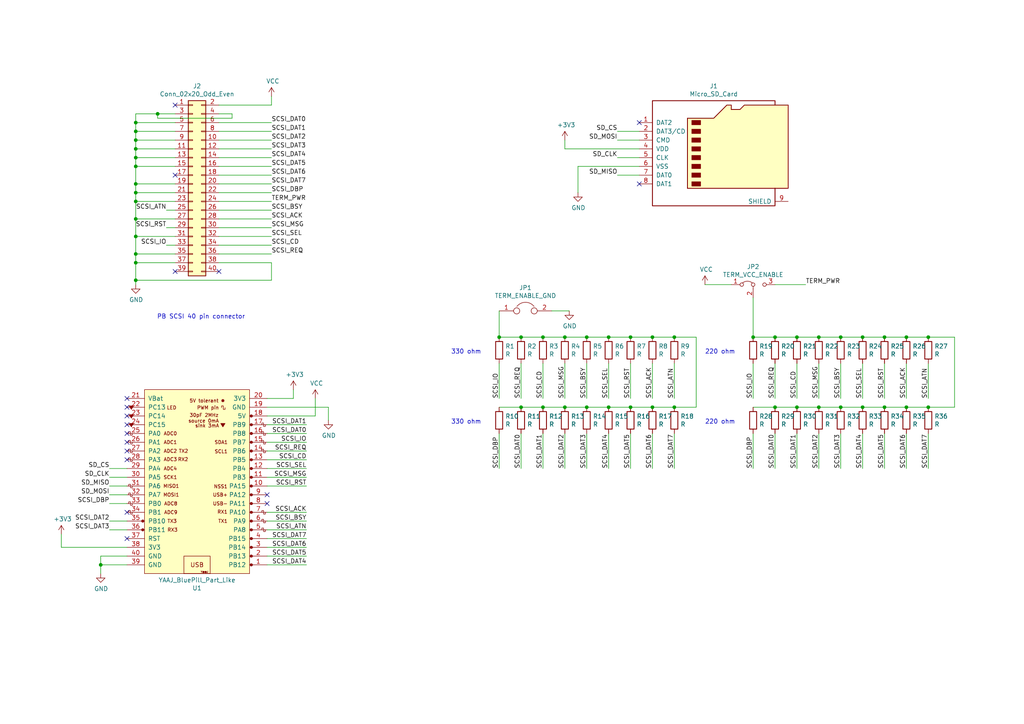
<source format=kicad_sch>
(kicad_sch (version 20210126) (generator eeschema)
  (paper "A4")
  (lib_symbols
    (symbol "Connector:Micro_SD_Card" (pin_names (offset 1.016))
      (property "Reference" "J" (at -16.51 15.24 0))
      (property "Value" "Micro_SD_Card" (at 16.51 15.24 0))
      (symbol "Micro_SD_Card_0_1"
        (rectangle (start -7.62 -9.525) (end -5.08 -10.795) (fill (type outline)))
        (rectangle (start -7.62 -6.985) (end -5.08 -8.255) (fill (type outline)))
        (rectangle (start -7.62 -4.445) (end -5.08 -5.715) (fill (type outline)))
        (rectangle (start -7.62 -1.905) (end -5.08 -3.175) (fill (type outline)))
        (rectangle (start -7.62 0.635) (end -5.08 -0.635) (fill (type outline)))
        (rectangle (start -7.62 3.175) (end -5.08 1.905) (fill (type outline)))
        (rectangle (start -7.62 5.715) (end -5.08 4.445) (fill (type outline)))
        (rectangle (start -7.62 8.255) (end -5.08 6.985) (fill (type outline)))
        (polyline (pts (xy 16.51 12.7) (xy 16.51 13.97) (xy -19.05 13.97) (xy -19.05 -16.51) (xy 16.51 -16.51) (xy 16.51 -11.43)) (stroke (width 0.254)))
        (polyline (pts (xy -8.89 -11.43) (xy -8.89 8.89) (xy -1.27 8.89) (xy 2.54 12.7) (xy 3.81 12.7) (xy 3.81 11.43) (xy 6.35 11.43) (xy 7.62 12.7) (xy 20.32 12.7) (xy 20.32 -11.43) (xy -8.89 -11.43)) (stroke (width 0.254)) (fill (type background)))
      )
      (symbol "Micro_SD_Card_1_1"
        (pin bidirectional line (at -22.86 7.62 0) (length 3.81) (name "DAT2") (number "1"))
        (pin bidirectional line (at -22.86 5.08 0) (length 3.81) (name "DAT3/CD") (number "2"))
        (pin input line (at -22.86 2.54 0) (length 3.81) (name "CMD") (number "3"))
        (pin power_in line (at -22.86 0 0) (length 3.81) (name "VDD") (number "4"))
        (pin input line (at -22.86 -2.54 0) (length 3.81) (name "CLK") (number "5"))
        (pin power_in line (at -22.86 -5.08 0) (length 3.81) (name "VSS") (number "6"))
        (pin bidirectional line (at -22.86 -7.62 0) (length 3.81) (name "DAT0") (number "7"))
        (pin bidirectional line (at -22.86 -10.16 0) (length 3.81) (name "DAT1") (number "8"))
        (pin passive line (at 20.32 -15.24 180) (length 3.81) (name "SHIELD") (number "9"))
      )
    )
    (symbol "Connector_Generic:Conn_02x20_Odd_Even" (pin_names (offset 1.016) hide)
      (property "Reference" "J" (at 1.27 25.4 0))
      (property "Value" "Conn_02x20_Odd_Even" (at 1.27 -27.94 0))
      (symbol "Conn_02x20_Odd_Even_1_1"
        (rectangle (start -1.27 -4.953) (end 0 -5.207) (stroke (width 0.1524)))
        (rectangle (start -1.27 -7.493) (end 0 -7.747) (stroke (width 0.1524)))
        (rectangle (start -1.27 -10.033) (end 0 -10.287) (stroke (width 0.1524)))
        (rectangle (start -1.27 -12.573) (end 0 -12.827) (stroke (width 0.1524)))
        (rectangle (start -1.27 -15.113) (end 0 -15.367) (stroke (width 0.1524)))
        (rectangle (start -1.27 -17.653) (end 0 -17.907) (stroke (width 0.1524)))
        (rectangle (start -1.27 -20.193) (end 0 -20.447) (stroke (width 0.1524)))
        (rectangle (start -1.27 -22.733) (end 0 -22.987) (stroke (width 0.1524)))
        (rectangle (start -1.27 -2.413) (end 0 -2.667) (stroke (width 0.1524)))
        (rectangle (start -1.27 -25.273) (end 0 -25.527) (stroke (width 0.1524)))
        (rectangle (start -1.27 2.667) (end 0 2.413) (stroke (width 0.1524)))
        (rectangle (start -1.27 5.207) (end 0 4.953) (stroke (width 0.1524)))
        (rectangle (start -1.27 7.747) (end 0 7.493) (stroke (width 0.1524)))
        (rectangle (start -1.27 10.287) (end 0 10.033) (stroke (width 0.1524)))
        (rectangle (start -1.27 0.127) (end 0 -0.127) (stroke (width 0.1524)))
        (rectangle (start -1.27 12.827) (end 0 12.573) (stroke (width 0.1524)))
        (rectangle (start -1.27 15.367) (end 0 15.113) (stroke (width 0.1524)))
        (rectangle (start -1.27 17.907) (end 0 17.653) (stroke (width 0.1524)))
        (rectangle (start -1.27 20.447) (end 0 20.193) (stroke (width 0.1524)))
        (rectangle (start -1.27 22.987) (end 0 22.733) (stroke (width 0.1524)))
        (rectangle (start -1.27 24.13) (end 3.81 -26.67) (stroke (width 0.254)) (fill (type background)))
        (rectangle (start 3.81 -4.953) (end 2.54 -5.207) (stroke (width 0.1524)))
        (rectangle (start 3.81 -7.493) (end 2.54 -7.747) (stroke (width 0.1524)))
        (rectangle (start 3.81 -10.033) (end 2.54 -10.287) (stroke (width 0.1524)))
        (rectangle (start 3.81 -12.573) (end 2.54 -12.827) (stroke (width 0.1524)))
        (rectangle (start 3.81 -15.113) (end 2.54 -15.367) (stroke (width 0.1524)))
        (rectangle (start 3.81 -17.653) (end 2.54 -17.907) (stroke (width 0.1524)))
        (rectangle (start 3.81 -20.193) (end 2.54 -20.447) (stroke (width 0.1524)))
        (rectangle (start 3.81 -22.733) (end 2.54 -22.987) (stroke (width 0.1524)))
        (rectangle (start 3.81 -2.413) (end 2.54 -2.667) (stroke (width 0.1524)))
        (rectangle (start 3.81 -25.273) (end 2.54 -25.527) (stroke (width 0.1524)))
        (rectangle (start 3.81 2.667) (end 2.54 2.413) (stroke (width 0.1524)))
        (rectangle (start 3.81 5.207) (end 2.54 4.953) (stroke (width 0.1524)))
        (rectangle (start 3.81 7.747) (end 2.54 7.493) (stroke (width 0.1524)))
        (rectangle (start 3.81 10.287) (end 2.54 10.033) (stroke (width 0.1524)))
        (rectangle (start 3.81 0.127) (end 2.54 -0.127) (stroke (width 0.1524)))
        (rectangle (start 3.81 12.827) (end 2.54 12.573) (stroke (width 0.1524)))
        (rectangle (start 3.81 15.367) (end 2.54 15.113) (stroke (width 0.1524)))
        (rectangle (start 3.81 17.907) (end 2.54 17.653) (stroke (width 0.1524)))
        (rectangle (start 3.81 20.447) (end 2.54 20.193) (stroke (width 0.1524)))
        (rectangle (start 3.81 22.987) (end 2.54 22.733) (stroke (width 0.1524)))
        (pin passive line (at -5.08 22.86 0) (length 3.81) (name "Pin_1") (number "1"))
        (pin passive line (at 7.62 12.7 180) (length 3.81) (name "Pin_10") (number "10"))
        (pin passive line (at -5.08 10.16 0) (length 3.81) (name "Pin_11") (number "11"))
        (pin passive line (at 7.62 10.16 180) (length 3.81) (name "Pin_12") (number "12"))
        (pin passive line (at -5.08 7.62 0) (length 3.81) (name "Pin_13") (number "13"))
        (pin passive line (at 7.62 7.62 180) (length 3.81) (name "Pin_14") (number "14"))
        (pin passive line (at -5.08 5.08 0) (length 3.81) (name "Pin_15") (number "15"))
        (pin passive line (at 7.62 5.08 180) (length 3.81) (name "Pin_16") (number "16"))
        (pin passive line (at -5.08 2.54 0) (length 3.81) (name "Pin_17") (number "17"))
        (pin passive line (at 7.62 2.54 180) (length 3.81) (name "Pin_18") (number "18"))
        (pin passive line (at -5.08 0 0) (length 3.81) (name "Pin_19") (number "19"))
        (pin passive line (at 7.62 22.86 180) (length 3.81) (name "Pin_2") (number "2"))
        (pin passive line (at 7.62 0 180) (length 3.81) (name "Pin_20") (number "20"))
        (pin passive line (at -5.08 -2.54 0) (length 3.81) (name "Pin_21") (number "21"))
        (pin passive line (at 7.62 -2.54 180) (length 3.81) (name "Pin_22") (number "22"))
        (pin passive line (at -5.08 -5.08 0) (length 3.81) (name "Pin_23") (number "23"))
        (pin passive line (at 7.62 -5.08 180) (length 3.81) (name "Pin_24") (number "24"))
        (pin passive line (at -5.08 -7.62 0) (length 3.81) (name "Pin_25") (number "25"))
        (pin passive line (at 7.62 -7.62 180) (length 3.81) (name "Pin_26") (number "26"))
        (pin passive line (at -5.08 -10.16 0) (length 3.81) (name "Pin_27") (number "27"))
        (pin passive line (at 7.62 -10.16 180) (length 3.81) (name "Pin_28") (number "28"))
        (pin passive line (at -5.08 -12.7 0) (length 3.81) (name "Pin_29") (number "29"))
        (pin passive line (at -5.08 20.32 0) (length 3.81) (name "Pin_3") (number "3"))
        (pin passive line (at 7.62 -12.7 180) (length 3.81) (name "Pin_30") (number "30"))
        (pin passive line (at -5.08 -15.24 0) (length 3.81) (name "Pin_31") (number "31"))
        (pin passive line (at 7.62 -15.24 180) (length 3.81) (name "Pin_32") (number "32"))
        (pin passive line (at -5.08 -17.78 0) (length 3.81) (name "Pin_33") (number "33"))
        (pin passive line (at 7.62 -17.78 180) (length 3.81) (name "Pin_34") (number "34"))
        (pin passive line (at -5.08 -20.32 0) (length 3.81) (name "Pin_35") (number "35"))
        (pin passive line (at 7.62 -20.32 180) (length 3.81) (name "Pin_36") (number "36"))
        (pin passive line (at -5.08 -22.86 0) (length 3.81) (name "Pin_37") (number "37"))
        (pin passive line (at 7.62 -22.86 180) (length 3.81) (name "Pin_38") (number "38"))
        (pin passive line (at -5.08 -25.4 0) (length 3.81) (name "Pin_39") (number "39"))
        (pin passive line (at 7.62 20.32 180) (length 3.81) (name "Pin_4") (number "4"))
        (pin passive line (at 7.62 -25.4 180) (length 3.81) (name "Pin_40") (number "40"))
        (pin passive line (at -5.08 17.78 0) (length 3.81) (name "Pin_5") (number "5"))
        (pin passive line (at 7.62 17.78 180) (length 3.81) (name "Pin_6") (number "6"))
        (pin passive line (at -5.08 15.24 0) (length 3.81) (name "Pin_7") (number "7"))
        (pin passive line (at 7.62 15.24 180) (length 3.81) (name "Pin_8") (number "8"))
        (pin passive line (at -5.08 12.7 0) (length 3.81) (name "Pin_9") (number "9"))
      )
    )
    (symbol "Device:R" (pin_numbers hide) (pin_names (offset 0))
      (property "Reference" "R" (at 2.032 0 90))
      (property "Value" "R" (at 0 0 90))
      (symbol "R_0_1"
        (rectangle (start -1.016 -2.54) (end 1.016 2.54) (stroke (width 0.254)))
      )
      (symbol "R_1_1"
        (pin passive line (at 0 3.81 270) (length 1.27) (name "~") (number "1"))
        (pin passive line (at 0 -3.81 90) (length 1.27) (name "~") (number "2"))
      )
    )
    (symbol "Jumper:Jumper_3_Bridged12" (pin_names (offset 0) hide)
      (property "Reference" "JP" (at -2.54 -2.54 0))
      (property "Value" "Jumper_3_Bridged12" (at 0 2.794 0))
      (symbol "Jumper_3_Bridged12_0_0"
        (circle (center -3.302 0) (radius 0.508))
        (circle (center 0 0) (radius 0.508))
        (circle (center 3.302 0) (radius 0.508))
      )
      (symbol "Jumper_3_Bridged12_0_1"
        (arc (start -3.048 0.508) (end -0.254 0.508) (radius (at -1.651 -1.27) (length 2.2606) (angles 128.2 51.8)))
        (polyline (pts (xy 0 -1.27) (xy 0 -0.508)))
      )
      (symbol "Jumper_3_Bridged12_1_1"
        (pin passive line (at -6.35 0 0) (length 2.54) (name "A") (number "1"))
        (pin input line (at 0 -3.81 90) (length 2.54) (name "C") (number "2"))
        (pin passive line (at 6.35 0 180) (length 2.54) (name "B") (number "3"))
      )
    )
    (symbol "YAAJ_BluePill_Part_Like:YAAJ_BluePill_Part_Like" (pin_names (offset 1.016))
      (property "Reference" "U" (at -12.7 25.4 0))
      (property "Value" "YAAJ_BluePill_Part_Like" (at 0 2.54 90))
      (symbol "YAAJ_BluePill_Part_Like_0_0"
        (circle (center -15.748 -20.32) (radius 0.3556) (fill (type outline)))
        (circle (center -15.748 -17.78) (radius 0.3556) (fill (type outline)))
        (circle (center -15.748 -15.24) (radius 0.3556) (fill (type outline)))
        (circle (center -15.748 -12.7) (radius 0.3556) (fill (type outline)))
        (circle (center -15.748 -10.16) (radius 0.3556) (fill (type outline)))
        (circle (center -15.748 -7.62) (radius 0.3556) (fill (type outline)))
        (circle (center -15.748 -5.08) (radius 0.3556) (fill (type outline)))
        (circle (center -15.748 -2.54) (radius 0.3556) (fill (type outline)))
        (circle (center -15.748 0) (radius 0.3556) (fill (type outline)))
        (circle (center -15.748 2.54) (radius 0.3556) (fill (type outline)))
        (circle (center -15.748 5.08) (radius 0.3556) (fill (type outline)))
        (circle (center -15.748 7.62) (radius 0.3556) (fill (type outline)))
        (circle (center -15.748 10.16) (radius 0.3556) (fill (type outline)))
        (circle (center -15.748 12.7) (radius 0.3556) (fill (type outline)))
        (circle (center -15.748 15.24) (radius 0.3556) (fill (type outline)))
        (circle (center -15.748 17.78) (radius 0.3556) (fill (type outline)))
        (circle (center -15.748 22.86) (radius 0.3556) (fill (type outline)))
        (circle (center -7.493 -24.765) (radius 0.127) (fill (type outline)))
        (circle (center -7.493 -24.765) (radius 0.254))
        (circle (center -7.493 -24.765) (radius 0.3556))
        (circle (center 15.748 10.16) (radius 0.254) (fill (type outline)))
        (circle (center 15.748 10.16) (radius 0.3556))
        (circle (center 15.748 12.7) (radius 0.254) (fill (type outline)))
        (circle (center 15.748 12.7) (radius 0.3556))
        (text "30pF 2MHz" (at -2.032 -20.574 0) (effects (font (size 0.9906 0.9906))))
        (text "5V tolerant" (at -2.032 -24.765 0) (effects (font (size 0.9906 0.9906))))
        (text "ADC0" (at 7.747 -15.24 0) (effects (font (size 0.9906 0.9906))))
        (text "ADC1" (at 7.747 -12.7 0) (effects (font (size 0.9906 0.9906))))
        (text "ADC2" (at 7.747 -10.16 0) (effects (font (size 0.9906 0.9906))))
        (text "ADC3" (at 7.747 -7.747 0) (effects (font (size 0.9906 0.9906))))
        (text "ADC4" (at 7.747 -5.08 0) (effects (font (size 0.9906 0.9906))))
        (text "ADC8" (at 7.62 5.08 0) (effects (font (size 0.9906 0.9906))))
        (text "ADC9" (at 7.62 7.62 0) (effects (font (size 0.9906 0.9906))))
        (text "LED" (at 7.366 -22.733 0) (effects (font (size 0.9906 0.9906))))
        (text "MISO1" (at 7.493 0 0) (effects (font (size 0.9906 0.9906))))
        (text "MOSI1" (at 7.493 2.54 0) (effects (font (size 0.9906 0.9906))))
        (text "NSS1" (at -6.858 0.127 0) (effects (font (size 0.9906 0.9906))))
        (text "PWM pin" (at -3.175 -22.733 0) (effects (font (size 0.9906 0.9906))))
        (text "RX1" (at -7.366 7.493 0) (effects (font (size 0.9906 0.9906))))
        (text "RX2" (at 4.064 -7.747 0) (effects (font (size 0.9906 0.9906))))
        (text "RX3" (at 7.112 12.7 0) (effects (font (size 0.9906 0.9906))))
        (text "SCK1" (at 7.747 -2.54 0) (effects (font (size 0.9906 0.9906))))
        (text "SCL1" (at -6.985 -10.033 0) (effects (font (size 0.9906 0.9906))))
        (text "SDA1" (at -6.985 -12.7 0) (effects (font (size 0.9906 0.9906))))
        (text "sink 3mA" (at -2.921 -17.526 0) (effects (font (size 0.9906 0.9906))))
        (text "source 0mA" (at -1.905 -18.923 0) (effects (font (size 0.9906 0.9906))))
        (text "TX1" (at -7.493 10.16 0) (effects (font (size 0.9906 0.9906))))
        (text "TX2" (at 3.937 -10.16 0) (effects (font (size 0.9906 0.9906))))
        (text "TX3" (at 7.239 10.16 0) (effects (font (size 0.9906 0.9906))))
        (text "USB" (at 0 22.86 0) (effects (font (size 1.27 1.27))))
        (text "USB+" (at -6.731 2.54 0) (effects (font (size 0.9906 0.9906))))
        (text "USB-" (at -6.731 5.08 0) (effects (font (size 0.9906 0.9906))))
        (text "Y@@J" (at -2.159 24.892 0) (effects (font (size 0.508 0.508))))
        (polyline (pts (xy -8.128 -18.161) (xy -7.493 -17.145) (xy -6.858 -18.161) (xy -8.128 -18.161) (xy -7.493 -17.272) (xy -6.985 -18.161) (xy -8.001 -18.034) (xy -7.493 -17.399) (xy -7.112 -18.161) (xy -7.874 -17.907) (xy -7.366 -17.526) (xy -7.239 -18.161) (xy -7.747 -17.78) (xy -7.239 -17.653) (xy -7.366 -18.034) (xy -7.62 -17.78) (xy -7.366 -17.907) (xy -7.493 -17.653)))
        (polyline (pts (xy 18.415 -23.241) (xy 19.05 -22.225) (xy 19.685 -23.241) (xy 18.415 -23.241) (xy 19.05 -22.352) (xy 19.558 -23.241) (xy 18.542 -23.114) (xy 19.05 -22.479) (xy 19.431 -23.241) (xy 18.669 -22.987) (xy 19.177 -22.606) (xy 19.304 -23.241) (xy 18.796 -22.86) (xy 19.304 -22.733) (xy 19.177 -23.114) (xy 18.923 -22.86) (xy 19.177 -22.987) (xy 19.05 -22.733)))
        (polyline (pts (xy 18.415 -20.701) (xy 19.05 -19.685) (xy 19.685 -20.701) (xy 18.415 -20.701) (xy 19.05 -19.812) (xy 19.558 -20.701) (xy 18.542 -20.574) (xy 19.05 -19.939) (xy 19.431 -20.701) (xy 18.669 -20.447) (xy 19.177 -20.066) (xy 19.304 -20.701) (xy 18.796 -20.32) (xy 19.304 -20.193) (xy 19.177 -20.574) (xy 18.923 -20.32) (xy 19.177 -20.447) (xy 19.05 -20.193)))
        (polyline (pts (xy 18.415 -18.161) (xy 19.05 -17.145) (xy 19.685 -18.161) (xy 18.415 -18.161) (xy 19.05 -17.272) (xy 19.558 -18.161) (xy 18.542 -18.034) (xy 19.05 -17.399) (xy 19.431 -18.161) (xy 18.669 -17.907) (xy 19.177 -17.526) (xy 19.304 -18.161) (xy 18.796 -17.78) (xy 19.304 -17.653) (xy 19.177 -18.034) (xy 18.923 -17.78) (xy 19.177 -17.907) (xy 19.05 -17.653)))
      )
      (symbol "YAAJ_BluePill_Part_Like_0_1"
        (rectangle (start -15.24 25.4) (end 15.24 -27.94) (fill (type background)))
        (rectangle (start 3.81 25.4) (end -3.81 20.32))
        (polyline (pts (xy -18.796 -17.78) (xy -18.796 -18.288) (xy -19.304 -18.288) (xy -19.304 -17.272) (xy -19.812 -17.272) (xy -19.812 -17.78)))
        (polyline (pts (xy -18.796 -15.24) (xy -18.796 -15.748) (xy -19.304 -15.748) (xy -19.304 -14.732) (xy -19.812 -14.732) (xy -19.812 -15.24)))
        (polyline (pts (xy -18.796 -12.7) (xy -18.796 -13.208) (xy -19.304 -13.208) (xy -19.304 -12.192) (xy -19.812 -12.192) (xy -19.812 -12.7)))
        (polyline (pts (xy -18.796 -10.16) (xy -18.796 -10.668) (xy -19.304 -10.668) (xy -19.304 -9.652) (xy -19.812 -9.652) (xy -19.812 -10.16)))
        (polyline (pts (xy -18.796 7.62) (xy -18.796 7.112) (xy -19.304 7.112) (xy -19.304 8.128) (xy -19.812 8.128) (xy -19.812 7.62)))
        (polyline (pts (xy -18.796 10.16) (xy -18.796 9.652) (xy -19.304 9.652) (xy -19.304 10.668) (xy -19.812 10.668) (xy -19.812 10.16)))
        (polyline (pts (xy -18.796 12.7) (xy -18.796 12.192) (xy -19.304 12.192) (xy -19.304 13.208) (xy -19.812 13.208) (xy -19.812 12.7)))
        (polyline (pts (xy -7.112 -22.733) (xy -7.112 -23.241) (xy -7.62 -23.241) (xy -7.62 -22.225) (xy -8.128 -22.225) (xy -8.128 -22.733)))
        (polyline (pts (xy 19.812 -15.24) (xy 19.812 -15.748) (xy 19.304 -15.748) (xy 19.304 -14.732) (xy 18.796 -14.732) (xy 18.796 -15.24)))
        (polyline (pts (xy 19.812 -12.7) (xy 19.812 -13.208) (xy 19.304 -13.208) (xy 19.304 -12.192) (xy 18.796 -12.192) (xy 18.796 -12.7)))
        (polyline (pts (xy 19.812 -10.16) (xy 19.812 -10.668) (xy 19.304 -10.668) (xy 19.304 -9.652) (xy 18.796 -9.652) (xy 18.796 -10.16)))
        (polyline (pts (xy 19.812 -7.62) (xy 19.812 -8.128) (xy 19.304 -8.128) (xy 19.304 -7.112) (xy 18.796 -7.112) (xy 18.796 -7.62)))
        (polyline (pts (xy 19.812 0) (xy 19.812 -0.508) (xy 19.304 -0.508) (xy 19.304 0.508) (xy 18.796 0.508) (xy 18.796 0)))
        (polyline (pts (xy 19.812 2.54) (xy 19.812 2.032) (xy 19.304 2.032) (xy 19.304 3.048) (xy 18.796 3.048) (xy 18.796 2.54)))
        (polyline (pts (xy 19.812 5.08) (xy 19.812 4.572) (xy 19.304 4.572) (xy 19.304 5.588) (xy 18.796 5.588) (xy 18.796 5.08)))
        (polyline (pts (xy 19.812 7.62) (xy 19.812 7.112) (xy 19.304 7.112) (xy 19.304 8.128) (xy 18.796 8.128) (xy 18.796 7.62)))
      )
      (symbol "YAAJ_BluePill_Part_Like_1_1"
        (circle (center -15.748 20.32) (radius 0.3556) (fill (type outline)))
        (pin bidirectional line (at -20.32 22.86 0) (length 5.08) (name "PB12") (number "1"))
        (pin bidirectional line (at -20.32 0 0) (length 5.08) (name "PA15") (number "10"))
        (pin bidirectional line (at -20.32 -2.54 0) (length 5.08) (name "PB3") (number "11"))
        (pin bidirectional line (at -20.32 -5.08 0) (length 5.08) (name "PB4") (number "12"))
        (pin bidirectional line (at -20.32 -7.62 0) (length 5.08) (name "PB5") (number "13"))
        (pin bidirectional line (at -20.32 -10.16 0) (length 5.08) (name "PB6") (number "14"))
        (pin bidirectional line (at -20.32 -12.7 0) (length 5.08) (name "PB7") (number "15"))
        (pin bidirectional line (at -20.32 -15.24 0) (length 5.08) (name "PB8") (number "16"))
        (pin bidirectional line (at -20.32 -17.78 0) (length 5.08) (name "PB9") (number "17"))
        (pin power_in line (at -20.32 -20.32 0) (length 5.08) (name "5V") (number "18"))
        (pin power_in line (at -20.32 -22.86 0) (length 5.08) (name "GND") (number "19"))
        (pin bidirectional line (at -20.32 20.32 0) (length 5.08) (name "PB13") (number "2"))
        (pin power_in line (at -20.32 -25.4 0) (length 5.08) (name "3V3") (number "20"))
        (pin power_in line (at 20.32 -25.4 180) (length 5.08) (name "VBat") (number "21"))
        (pin bidirectional line (at 20.32 -22.86 180) (length 5.08) (name "PC13") (number "22"))
        (pin bidirectional line (at 20.32 -20.32 180) (length 5.08) (name "PC14") (number "23"))
        (pin bidirectional line (at 20.32 -17.78 180) (length 5.08) (name "PC15") (number "24"))
        (pin bidirectional line (at 20.32 -15.24 180) (length 5.08) (name "PA0") (number "25"))
        (pin bidirectional line (at 20.32 -12.7 180) (length 5.08) (name "PA1") (number "26"))
        (pin bidirectional line (at 20.32 -10.16 180) (length 5.08) (name "PA2") (number "27"))
        (pin bidirectional line (at 20.32 -7.62 180) (length 5.08) (name "PA3") (number "28"))
        (pin bidirectional line (at 20.32 -5.08 180) (length 5.08) (name "PA4") (number "29"))
        (pin bidirectional line (at -20.32 17.78 0) (length 5.08) (name "PB14") (number "3"))
        (pin bidirectional line (at 20.32 -2.54 180) (length 5.08) (name "PA5") (number "30"))
        (pin bidirectional line (at 20.32 0 180) (length 5.08) (name "PA6") (number "31"))
        (pin bidirectional line (at 20.32 2.54 180) (length 5.08) (name "PA7") (number "32"))
        (pin bidirectional line (at 20.32 5.08 180) (length 5.08) (name "PB0") (number "33"))
        (pin bidirectional line (at 20.32 7.62 180) (length 5.08) (name "PB1") (number "34"))
        (pin bidirectional line (at 20.32 10.16 180) (length 5.08) (name "PB10") (number "35"))
        (pin bidirectional line (at 20.32 12.7 180) (length 5.08) (name "PB11") (number "36"))
        (pin input line (at 20.32 15.24 180) (length 5.08) (name "RST") (number "37"))
        (pin power_in line (at 20.32 17.78 180) (length 5.08) (name "3V3") (number "38"))
        (pin power_in line (at 20.32 22.86 180) (length 5.08) (name "GND") (number "39"))
        (pin bidirectional line (at -20.32 15.24 0) (length 5.08) (name "PB15") (number "4"))
        (pin power_in line (at 20.32 20.32 180) (length 5.08) (name "GND") (number "40"))
        (pin bidirectional line (at -20.32 12.7 0) (length 5.08) (name "PA8") (number "5"))
        (pin bidirectional line (at -20.32 10.16 0) (length 5.08) (name "PA9") (number "6"))
        (pin bidirectional line (at -20.32 7.62 0) (length 5.08) (name "PA10") (number "7"))
        (pin bidirectional line (at -20.32 5.08 0) (length 5.08) (name "PA11") (number "8"))
        (pin bidirectional line (at -20.32 2.54 0) (length 5.08) (name "PA12") (number "9"))
      )
    )
    (symbol "power:+3.3V" (power) (pin_names (offset 0))
      (property "Value" "+3.3V" (at 0 3.556 0))
      (symbol "+3.3V_0_1"
        (polyline (pts (xy -0.762 1.27) (xy 0 2.54)))
        (polyline (pts (xy 0 0) (xy 0 2.54)))
        (polyline (pts (xy 0 2.54) (xy 0.762 1.27)))
      )
      (symbol "+3.3V_1_1"
        (pin power_in line (at 0 0 90) (length 0) hide (name "+3V3") (number "1"))
      )
    )
    (symbol "power:GND" (power) (pin_names (offset 0))
      (property "Value" "GND" (at 0 -3.81 0))
      (symbol "GND_0_1"
        (polyline (pts (xy 0 0) (xy 0 -1.27) (xy 1.27 -1.27) (xy 0 -2.54) (xy -1.27 -1.27) (xy 0 -1.27)))
      )
      (symbol "GND_1_1"
        (pin power_in line (at 0 0 270) (length 0) hide (name "GND") (number "1"))
      )
    )
    (symbol "power:VCC" (power) (pin_names (offset 0))
      (property "Value" "VCC" (at 0 3.81 0))
      (symbol "VCC_0_1"
        (polyline (pts (xy -0.762 1.27) (xy 0 2.54)))
        (polyline (pts (xy 0 0) (xy 0 2.54)))
        (polyline (pts (xy 0 2.54) (xy 0.762 1.27)))
      )
      (symbol "VCC_1_1"
        (pin power_in line (at 0 0 90) (length 0) hide (name "VCC") (number "1"))
      )
    )
    (symbol "v2-PowerBook-BLUESCSI-dehij-rescue:Jumper-Device" (pin_names (offset 0.762) hide)
      (property "Reference" "JP" (at 0 3.81 0))
      (property "Value" "Jumper-Device" (at 0 -2.032 0))
      (symbol "Jumper-Device_0_1"
        (arc (start -2.4892 1.27) (end 2.5146 1.27) (radius (at 0 -0.6604) (length 3.175) (angles 142.6 37.3)))
        (circle (center -2.54 0) (radius 0.889))
        (circle (center 2.54 0) (radius 0.889))
        (pin passive line (at -7.62 0 0) (length 4.191) (name "1") (number "1"))
        (pin passive line (at 7.62 0 180) (length 4.191) (name "2") (number "2"))
      )
    )
  )
  (junction (at 29.21 163.83) (diameter 0.9144))
  (junction (at 39.37 35.56) (diameter 0.9144))
  (junction (at 39.37 38.1) (diameter 0.9144))
  (junction (at 39.37 40.64) (diameter 0.9144))
  (junction (at 39.37 43.18) (diameter 0.9144))
  (junction (at 39.37 45.72) (diameter 0.9144))
  (junction (at 39.37 48.26) (diameter 0.9144))
  (junction (at 39.37 53.34) (diameter 0.9144))
  (junction (at 39.37 55.88) (diameter 0.9144))
  (junction (at 39.37 58.42) (diameter 0.9144))
  (junction (at 39.37 63.5) (diameter 0.9144))
  (junction (at 39.37 68.58) (diameter 0.9144))
  (junction (at 39.37 73.66) (diameter 0.9144))
  (junction (at 39.37 76.2) (diameter 0.9144))
  (junction (at 39.37 81.28) (diameter 0.9144))
  (junction (at 45.72 33.02) (diameter 0.9144))
  (junction (at 144.78 97.79) (diameter 0.9144))
  (junction (at 151.13 97.79) (diameter 0.9144))
  (junction (at 151.13 118.11) (diameter 0.9144))
  (junction (at 157.48 97.79) (diameter 0.9144))
  (junction (at 157.48 118.11) (diameter 0.9144))
  (junction (at 163.83 97.79) (diameter 0.9144))
  (junction (at 163.83 118.11) (diameter 0.9144))
  (junction (at 170.18 97.79) (diameter 0.9144))
  (junction (at 170.18 118.11) (diameter 0.9144))
  (junction (at 176.53 97.79) (diameter 0.9144))
  (junction (at 176.53 118.11) (diameter 0.9144))
  (junction (at 182.88 97.79) (diameter 0.9144))
  (junction (at 182.88 118.11) (diameter 0.9144))
  (junction (at 189.23 97.79) (diameter 0.9144))
  (junction (at 189.23 118.11) (diameter 0.9144))
  (junction (at 195.58 97.79) (diameter 0.9144))
  (junction (at 195.58 118.11) (diameter 0.9144))
  (junction (at 218.44 97.79) (diameter 0.9144))
  (junction (at 224.79 97.79) (diameter 0.9144))
  (junction (at 224.79 118.11) (diameter 0.9144))
  (junction (at 231.14 97.79) (diameter 0.9144))
  (junction (at 231.14 118.11) (diameter 0.9144))
  (junction (at 237.49 97.79) (diameter 0.9144))
  (junction (at 237.49 118.11) (diameter 0.9144))
  (junction (at 243.84 97.79) (diameter 0.9144))
  (junction (at 243.84 118.11) (diameter 0.9144))
  (junction (at 250.19 97.79) (diameter 0.9144))
  (junction (at 250.19 118.11) (diameter 0.9144))
  (junction (at 256.54 97.79) (diameter 0.9144))
  (junction (at 256.54 118.11) (diameter 0.9144))
  (junction (at 262.89 97.79) (diameter 0.9144))
  (junction (at 262.89 118.11) (diameter 0.9144))
  (junction (at 269.24 97.79) (diameter 0.9144))
  (junction (at 269.24 118.11) (diameter 0.9144))
  (no_connect (at 36.83 115.57))
  (no_connect (at 36.83 118.11))
  (no_connect (at 36.83 120.65))
  (no_connect (at 36.83 123.19))
  (no_connect (at 36.83 125.73))
  (no_connect (at 36.83 128.27))
  (no_connect (at 36.83 130.81))
  (no_connect (at 36.83 133.35))
  (no_connect (at 36.83 148.59))
  (no_connect (at 36.83 156.21))
  (no_connect (at 50.8 30.48))
  (no_connect (at 50.8 50.8))
  (no_connect (at 50.8 78.74))
  (no_connect (at 63.5 78.74))
  (no_connect (at 77.47 143.51))
  (no_connect (at 77.47 146.05))
  (no_connect (at 185.42 35.56))
  (no_connect (at 185.42 53.34))
  (wire (pts (xy 17.78 158.75) (xy 17.78 154.94)))
  (wire (pts (xy 29.21 161.29) (xy 29.21 163.83)))
  (wire (pts (xy 29.21 163.83) (xy 29.21 166.37)))
  (wire (pts (xy 31.75 135.89) (xy 36.83 135.89)))
  (wire (pts (xy 31.75 138.43) (xy 36.83 138.43)))
  (wire (pts (xy 31.75 140.97) (xy 36.83 140.97)))
  (wire (pts (xy 31.75 143.51) (xy 36.83 143.51)))
  (wire (pts (xy 31.75 146.05) (xy 36.83 146.05)))
  (wire (pts (xy 31.75 151.13) (xy 36.83 151.13)))
  (wire (pts (xy 31.75 153.67) (xy 36.83 153.67)))
  (wire (pts (xy 36.83 158.75) (xy 17.78 158.75)))
  (wire (pts (xy 36.83 161.29) (xy 29.21 161.29)))
  (wire (pts (xy 36.83 163.83) (xy 29.21 163.83)))
  (wire (pts (xy 39.37 33.02) (xy 39.37 35.56)))
  (wire (pts (xy 39.37 35.56) (xy 39.37 38.1)))
  (wire (pts (xy 39.37 38.1) (xy 39.37 40.64)))
  (wire (pts (xy 39.37 40.64) (xy 39.37 43.18)))
  (wire (pts (xy 39.37 43.18) (xy 39.37 45.72)))
  (wire (pts (xy 39.37 45.72) (xy 39.37 48.26)))
  (wire (pts (xy 39.37 48.26) (xy 39.37 53.34)))
  (wire (pts (xy 39.37 53.34) (xy 39.37 55.88)))
  (wire (pts (xy 39.37 55.88) (xy 39.37 58.42)))
  (wire (pts (xy 39.37 58.42) (xy 39.37 63.5)))
  (wire (pts (xy 39.37 63.5) (xy 39.37 68.58)))
  (wire (pts (xy 39.37 68.58) (xy 39.37 73.66)))
  (wire (pts (xy 39.37 73.66) (xy 39.37 76.2)))
  (wire (pts (xy 39.37 76.2) (xy 39.37 81.28)))
  (wire (pts (xy 39.37 81.28) (xy 39.37 82.55)))
  (wire (pts (xy 45.72 33.02) (xy 39.37 33.02)))
  (wire (pts (xy 45.72 34.29) (xy 45.72 33.02)))
  (wire (pts (xy 45.72 34.29) (xy 67.31 34.29)))
  (wire (pts (xy 48.26 60.96) (xy 50.8 60.96)))
  (wire (pts (xy 48.26 66.04) (xy 50.8 66.04)))
  (wire (pts (xy 48.26 71.12) (xy 50.8 71.12)))
  (wire (pts (xy 50.8 33.02) (xy 45.72 33.02)))
  (wire (pts (xy 50.8 35.56) (xy 39.37 35.56)))
  (wire (pts (xy 50.8 38.1) (xy 39.37 38.1)))
  (wire (pts (xy 50.8 40.64) (xy 39.37 40.64)))
  (wire (pts (xy 50.8 43.18) (xy 39.37 43.18)))
  (wire (pts (xy 50.8 45.72) (xy 39.37 45.72)))
  (wire (pts (xy 50.8 48.26) (xy 39.37 48.26)))
  (wire (pts (xy 50.8 53.34) (xy 39.37 53.34)))
  (wire (pts (xy 50.8 55.88) (xy 39.37 55.88)))
  (wire (pts (xy 50.8 58.42) (xy 39.37 58.42)))
  (wire (pts (xy 50.8 63.5) (xy 39.37 63.5)))
  (wire (pts (xy 50.8 68.58) (xy 39.37 68.58)))
  (wire (pts (xy 50.8 73.66) (xy 39.37 73.66)))
  (wire (pts (xy 50.8 76.2) (xy 39.37 76.2)))
  (wire (pts (xy 63.5 30.48) (xy 78.74 30.48)))
  (wire (pts (xy 63.5 33.02) (xy 67.31 33.02)))
  (wire (pts (xy 63.5 35.56) (xy 78.74 35.56)))
  (wire (pts (xy 63.5 38.1) (xy 78.74 38.1)))
  (wire (pts (xy 63.5 40.64) (xy 78.74 40.64)))
  (wire (pts (xy 63.5 43.18) (xy 78.74 43.18)))
  (wire (pts (xy 63.5 45.72) (xy 78.74 45.72)))
  (wire (pts (xy 63.5 48.26) (xy 78.74 48.26)))
  (wire (pts (xy 63.5 50.8) (xy 78.74 50.8)))
  (wire (pts (xy 63.5 53.34) (xy 78.74 53.34)))
  (wire (pts (xy 63.5 55.88) (xy 78.74 55.88)))
  (wire (pts (xy 63.5 58.42) (xy 78.74 58.42)))
  (wire (pts (xy 63.5 60.96) (xy 78.74 60.96)))
  (wire (pts (xy 63.5 63.5) (xy 78.74 63.5)))
  (wire (pts (xy 63.5 66.04) (xy 78.74 66.04)))
  (wire (pts (xy 63.5 68.58) (xy 78.74 68.58)))
  (wire (pts (xy 63.5 71.12) (xy 78.74 71.12)))
  (wire (pts (xy 63.5 73.66) (xy 78.74 73.66)))
  (wire (pts (xy 63.5 76.2) (xy 78.74 76.2)))
  (wire (pts (xy 67.31 33.02) (xy 67.31 34.29)))
  (wire (pts (xy 77.47 115.57) (xy 85.09 115.57)))
  (wire (pts (xy 77.47 118.11) (xy 95.25 118.11)))
  (wire (pts (xy 77.47 120.65) (xy 91.44 120.65)))
  (wire (pts (xy 77.47 148.59) (xy 88.9 148.59)))
  (wire (pts (xy 77.47 153.67) (xy 88.9 153.67)))
  (wire (pts (xy 77.47 158.75) (xy 88.9 158.75)))
  (wire (pts (xy 78.74 30.48) (xy 78.74 27.94)))
  (wire (pts (xy 78.74 76.2) (xy 78.74 81.28)))
  (wire (pts (xy 78.74 81.28) (xy 39.37 81.28)))
  (wire (pts (xy 85.09 115.57) (xy 85.09 113.03)))
  (wire (pts (xy 88.9 123.19) (xy 77.47 123.19)))
  (wire (pts (xy 88.9 125.73) (xy 77.47 125.73)))
  (wire (pts (xy 88.9 128.27) (xy 77.47 128.27)))
  (wire (pts (xy 88.9 130.81) (xy 77.47 130.81)))
  (wire (pts (xy 88.9 133.35) (xy 77.47 133.35)))
  (wire (pts (xy 88.9 135.89) (xy 77.47 135.89)))
  (wire (pts (xy 88.9 138.43) (xy 77.47 138.43)))
  (wire (pts (xy 88.9 140.97) (xy 77.47 140.97)))
  (wire (pts (xy 88.9 151.13) (xy 77.47 151.13)))
  (wire (pts (xy 88.9 156.21) (xy 77.47 156.21)))
  (wire (pts (xy 88.9 161.29) (xy 77.47 161.29)))
  (wire (pts (xy 88.9 163.83) (xy 77.47 163.83)))
  (wire (pts (xy 91.44 120.65) (xy 91.44 115.57)))
  (wire (pts (xy 95.25 118.11) (xy 95.25 121.92)))
  (wire (pts (xy 144.78 97.79) (xy 144.78 90.17)))
  (wire (pts (xy 144.78 105.41) (xy 144.78 115.57)))
  (wire (pts (xy 144.78 125.73) (xy 144.78 135.89)))
  (wire (pts (xy 151.13 97.79) (xy 144.78 97.79)))
  (wire (pts (xy 151.13 115.57) (xy 151.13 105.41)))
  (wire (pts (xy 151.13 118.11) (xy 144.78 118.11)))
  (wire (pts (xy 151.13 135.89) (xy 151.13 125.73)))
  (wire (pts (xy 157.48 97.79) (xy 151.13 97.79)))
  (wire (pts (xy 157.48 105.41) (xy 157.48 115.57)))
  (wire (pts (xy 157.48 118.11) (xy 151.13 118.11)))
  (wire (pts (xy 157.48 125.73) (xy 157.48 135.89)))
  (wire (pts (xy 160.02 90.17) (xy 165.1 90.17)))
  (wire (pts (xy 163.83 43.18) (xy 163.83 40.64)))
  (wire (pts (xy 163.83 97.79) (xy 157.48 97.79)))
  (wire (pts (xy 163.83 115.57) (xy 163.83 105.41)))
  (wire (pts (xy 163.83 118.11) (xy 157.48 118.11)))
  (wire (pts (xy 163.83 135.89) (xy 163.83 125.73)))
  (wire (pts (xy 167.64 48.26) (xy 167.64 55.88)))
  (wire (pts (xy 170.18 97.79) (xy 163.83 97.79)))
  (wire (pts (xy 170.18 105.41) (xy 170.18 115.57)))
  (wire (pts (xy 170.18 118.11) (xy 163.83 118.11)))
  (wire (pts (xy 170.18 125.73) (xy 170.18 135.89)))
  (wire (pts (xy 176.53 97.79) (xy 170.18 97.79)))
  (wire (pts (xy 176.53 115.57) (xy 176.53 105.41)))
  (wire (pts (xy 176.53 118.11) (xy 170.18 118.11)))
  (wire (pts (xy 176.53 135.89) (xy 176.53 125.73)))
  (wire (pts (xy 179.07 38.1) (xy 185.42 38.1)))
  (wire (pts (xy 179.07 40.64) (xy 185.42 40.64)))
  (wire (pts (xy 179.07 45.72) (xy 185.42 45.72)))
  (wire (pts (xy 179.07 50.8) (xy 185.42 50.8)))
  (wire (pts (xy 182.88 97.79) (xy 176.53 97.79)))
  (wire (pts (xy 182.88 105.41) (xy 182.88 115.57)))
  (wire (pts (xy 182.88 118.11) (xy 176.53 118.11)))
  (wire (pts (xy 182.88 125.73) (xy 182.88 135.89)))
  (wire (pts (xy 185.42 43.18) (xy 163.83 43.18)))
  (wire (pts (xy 185.42 48.26) (xy 167.64 48.26)))
  (wire (pts (xy 189.23 97.79) (xy 182.88 97.79)))
  (wire (pts (xy 189.23 105.41) (xy 189.23 115.57)))
  (wire (pts (xy 189.23 118.11) (xy 182.88 118.11)))
  (wire (pts (xy 189.23 135.89) (xy 189.23 125.73)))
  (wire (pts (xy 195.58 97.79) (xy 189.23 97.79)))
  (wire (pts (xy 195.58 97.79) (xy 201.93 97.79)))
  (wire (pts (xy 195.58 115.57) (xy 195.58 105.41)))
  (wire (pts (xy 195.58 118.11) (xy 189.23 118.11)))
  (wire (pts (xy 195.58 125.73) (xy 195.58 135.89)))
  (wire (pts (xy 201.93 97.79) (xy 201.93 118.11)))
  (wire (pts (xy 201.93 118.11) (xy 195.58 118.11)))
  (wire (pts (xy 204.47 82.55) (xy 212.09 82.55)))
  (wire (pts (xy 218.44 86.36) (xy 218.44 97.79)))
  (wire (pts (xy 218.44 105.41) (xy 218.44 115.57)))
  (wire (pts (xy 218.44 125.73) (xy 218.44 135.89)))
  (wire (pts (xy 224.79 82.55) (xy 233.68 82.55)))
  (wire (pts (xy 224.79 97.79) (xy 218.44 97.79)))
  (wire (pts (xy 224.79 115.57) (xy 224.79 105.41)))
  (wire (pts (xy 224.79 118.11) (xy 218.44 118.11)))
  (wire (pts (xy 224.79 135.89) (xy 224.79 125.73)))
  (wire (pts (xy 231.14 97.79) (xy 224.79 97.79)))
  (wire (pts (xy 231.14 105.41) (xy 231.14 115.57)))
  (wire (pts (xy 231.14 118.11) (xy 224.79 118.11)))
  (wire (pts (xy 231.14 125.73) (xy 231.14 135.89)))
  (wire (pts (xy 237.49 97.79) (xy 231.14 97.79)))
  (wire (pts (xy 237.49 115.57) (xy 237.49 105.41)))
  (wire (pts (xy 237.49 118.11) (xy 231.14 118.11)))
  (wire (pts (xy 237.49 135.89) (xy 237.49 125.73)))
  (wire (pts (xy 243.84 97.79) (xy 237.49 97.79)))
  (wire (pts (xy 243.84 105.41) (xy 243.84 115.57)))
  (wire (pts (xy 243.84 118.11) (xy 237.49 118.11)))
  (wire (pts (xy 243.84 125.73) (xy 243.84 135.89)))
  (wire (pts (xy 250.19 97.79) (xy 243.84 97.79)))
  (wire (pts (xy 250.19 115.57) (xy 250.19 105.41)))
  (wire (pts (xy 250.19 118.11) (xy 243.84 118.11)))
  (wire (pts (xy 250.19 135.89) (xy 250.19 125.73)))
  (wire (pts (xy 256.54 97.79) (xy 250.19 97.79)))
  (wire (pts (xy 256.54 105.41) (xy 256.54 115.57)))
  (wire (pts (xy 256.54 118.11) (xy 250.19 118.11)))
  (wire (pts (xy 256.54 125.73) (xy 256.54 135.89)))
  (wire (pts (xy 262.89 97.79) (xy 256.54 97.79)))
  (wire (pts (xy 262.89 105.41) (xy 262.89 115.57)))
  (wire (pts (xy 262.89 118.11) (xy 256.54 118.11)))
  (wire (pts (xy 262.89 135.89) (xy 262.89 125.73)))
  (wire (pts (xy 269.24 97.79) (xy 262.89 97.79)))
  (wire (pts (xy 269.24 97.79) (xy 276.86 97.79)))
  (wire (pts (xy 269.24 115.57) (xy 269.24 105.41)))
  (wire (pts (xy 269.24 118.11) (xy 262.89 118.11)))
  (wire (pts (xy 269.24 125.73) (xy 269.24 135.89)))
  (wire (pts (xy 276.86 97.79) (xy 276.86 118.11)))
  (wire (pts (xy 276.86 118.11) (xy 269.24 118.11)))
  (text "PB SCSI 40 pin connector" (at 71.12 92.71 180) (effects (font (size 1.27 1.27)) (justify right bottom)))
  (text "330 ohm" (at 130.81 102.87 0) (effects (font (size 1.27 1.27)) (justify left bottom)))
  (text "330 ohm" (at 130.81 123.19 0) (effects (font (size 1.27 1.27)) (justify left bottom)))
  (text "220 ohm\n" (at 204.47 102.87 0) (effects (font (size 1.27 1.27)) (justify left bottom)))
  (text "220 ohm" (at 204.47 123.19 0) (effects (font (size 1.27 1.27)) (justify left bottom)))
  (label "SD_CS" (at 31.75 135.89 180))
  (label "SD_CLK" (at 31.75 138.43 180))
  (label "SD_MISO" (at 31.75 140.97 180))
  (label "SD_MOSI" (at 31.75 143.51 180))
  (label "SCSI_DBP" (at 31.75 146.05 180))
  (label "SCSI_DAT2" (at 31.75 151.13 180))
  (label "SCSI_DAT3" (at 31.75 153.67 180))
  (label "SCSI_ATN" (at 48.26 60.96 180))
  (label "SCSI_RST" (at 48.26 66.04 180))
  (label "SCSI_IO" (at 48.26 71.12 180))
  (label "SCSI_DAT0" (at 78.74 35.56 0))
  (label "SCSI_DAT1" (at 78.74 38.1 0))
  (label "SCSI_DAT2" (at 78.74 40.64 0))
  (label "SCSI_DAT3" (at 78.74 43.18 0))
  (label "SCSI_DAT4" (at 78.74 45.72 0))
  (label "SCSI_DAT5" (at 78.74 48.26 0))
  (label "SCSI_DAT6" (at 78.74 50.8 0))
  (label "SCSI_DAT7" (at 78.74 53.34 0))
  (label "SCSI_DBP" (at 78.74 55.88 0))
  (label "TERM_PWR" (at 78.74 58.42 0))
  (label "SCSI_BSY" (at 78.74 60.96 0))
  (label "SCSI_ACK" (at 78.74 63.5 0))
  (label "SCSI_MSG" (at 78.74 66.04 0))
  (label "SCSI_SEL" (at 78.74 68.58 0))
  (label "SCSI_CD" (at 78.74 71.12 0))
  (label "SCSI_REQ" (at 78.74 73.66 0))
  (label "SCSI_DAT1" (at 88.9 123.19 180))
  (label "SCSI_DAT0" (at 88.9 125.73 180))
  (label "SCSI_IO" (at 88.9 128.27 180))
  (label "SCSI_REQ" (at 88.9 130.81 180))
  (label "SCSI_CD" (at 88.9 133.35 180))
  (label "SCSI_SEL" (at 88.9 135.89 180))
  (label "SCSI_MSG" (at 88.9 138.43 180))
  (label "SCSI_RST" (at 88.9 140.97 180))
  (label "SCSI_ACK" (at 88.9 148.59 180))
  (label "SCSI_BSY" (at 88.9 151.13 180))
  (label "SCSI_ATN" (at 88.9 153.67 180))
  (label "SCSI_DAT7" (at 88.9 156.21 180))
  (label "SCSI_DAT6" (at 88.9 158.75 180))
  (label "SCSI_DAT5" (at 88.9 161.29 180))
  (label "SCSI_DAT4" (at 88.9 163.83 180))
  (label "SCSI_IO" (at 144.78 115.57 90))
  (label "SCSI_DBP" (at 144.78 135.89 90))
  (label "SCSI_REQ" (at 151.13 115.57 90))
  (label "SCSI_DAT0" (at 151.13 135.89 90))
  (label "SCSI_CD" (at 157.48 115.57 90))
  (label "SCSI_DAT1" (at 157.48 135.89 90))
  (label "SCSI_MSG" (at 163.83 115.57 90))
  (label "SCSI_DAT2" (at 163.83 135.89 90))
  (label "SCSI_BSY" (at 170.18 115.57 90))
  (label "SCSI_DAT3" (at 170.18 135.89 90))
  (label "SCSI_SEL" (at 176.53 115.57 90))
  (label "SCSI_DAT4" (at 176.53 135.89 90))
  (label "SD_CS" (at 179.07 38.1 180))
  (label "SD_MOSI" (at 179.07 40.64 180))
  (label "SD_CLK" (at 179.07 45.72 180))
  (label "SD_MISO" (at 179.07 50.8 180))
  (label "SCSI_RST" (at 182.88 115.57 90))
  (label "SCSI_DAT5" (at 182.88 135.89 90))
  (label "SCSI_ACK" (at 189.23 115.57 90))
  (label "SCSI_DAT6" (at 189.23 135.89 90))
  (label "SCSI_ATN" (at 195.58 115.57 90))
  (label "SCSI_DAT7" (at 195.58 135.89 90))
  (label "SCSI_IO" (at 218.44 115.57 90))
  (label "SCSI_DBP" (at 218.44 135.89 90))
  (label "SCSI_REQ" (at 224.79 115.57 90))
  (label "SCSI_DAT0" (at 224.79 135.89 90))
  (label "SCSI_CD" (at 231.14 115.57 90))
  (label "SCSI_DAT1" (at 231.14 135.89 90))
  (label "TERM_PWR" (at 233.68 82.55 0))
  (label "SCSI_MSG" (at 237.49 115.57 90))
  (label "SCSI_DAT2" (at 237.49 135.89 90))
  (label "SCSI_BSY" (at 243.84 115.57 90))
  (label "SCSI_DAT3" (at 243.84 135.89 90))
  (label "SCSI_SEL" (at 250.19 115.57 90))
  (label "SCSI_DAT4" (at 250.19 135.89 90))
  (label "SCSI_RST" (at 256.54 115.57 90))
  (label "SCSI_DAT5" (at 256.54 135.89 90))
  (label "SCSI_ACK" (at 262.89 115.57 90))
  (label "SCSI_DAT6" (at 262.89 135.89 90))
  (label "SCSI_ATN" (at 269.24 115.57 90))
  (label "SCSI_DAT7" (at 269.24 135.89 90))
  (symbol (lib_id "power:+3.3V") (at 17.78 154.94 0) (unit 1)
    (property "Reference" "#PWR08" (effects hide))
    (property "Value" "+3.3V" (at 18.161 150.5458 0))
  )
  (symbol (lib_id "power:VCC") (at 78.74 27.94 0) (unit 1)
    (property "Reference" "#PWR01" (effects hide))
    (property "Value" "VCC" (at 79.121 23.5458 0))
  )
  (symbol (lib_id "power:+3.3V") (at 85.09 113.03 0) (unit 1)
    (property "Reference" "#PWR05" (effects hide))
    (property "Value" "+3.3V" (at 85.471 108.6358 0))
  )
  (symbol (lib_id "power:VCC") (at 91.44 115.57 0) (unit 1)
    (property "Reference" "#PWR06" (effects hide))
    (property "Value" "VCC" (at 91.821 111.1758 0))
  )
  (symbol (lib_id "power:+3.3V") (at 163.83 40.64 0) (unit 1)
    (property "Reference" "#PWR02" (effects hide))
    (property "Value" "+3.3V" (at 164.211 36.2458 0))
  )
  (symbol (lib_id "power:VCC") (at 204.47 82.55 0) (unit 1)
    (property "Reference" "#PWR0101" (effects hide))
    (property "Value" "VCC" (at 204.851 78.1558 0))
  )
  (symbol (lib_id "power:GND") (at 29.21 166.37 0) (unit 1)
    (property "Reference" "#PWR09" (effects hide))
    (property "Value" "GND" (at 29.337 170.7642 0))
  )
  (symbol (lib_id "power:GND") (at 39.37 82.55 0) (unit 1)
    (property "Reference" "#PWR04" (effects hide))
    (property "Value" "GND" (at 39.497 86.9442 0))
  )
  (symbol (lib_id "power:GND") (at 95.25 121.92 0) (unit 1)
    (property "Reference" "#PWR07" (effects hide))
    (property "Value" "GND" (at 95.377 126.3142 0))
  )
  (symbol (lib_id "power:GND") (at 165.1 90.17 0) (unit 1)
    (property "Reference" "#PWR0102" (effects hide))
    (property "Value" "GND" (at 165.227 94.5642 0))
  )
  (symbol (lib_id "power:GND") (at 167.64 55.88 0) (unit 1)
    (property "Reference" "#PWR03" (effects hide))
    (property "Value" "GND" (at 167.767 60.2742 0))
  )
  (symbol (lib_id "Device:R") (at 144.78 101.6 0) (unit 1)
    (property "Reference" "R1" (at 146.558 100.4316 0) (effects (justify left)))
    (property "Value" "R" (at 146.558 102.743 0) (effects (justify left)))
    (property "Footprint" "Resistor_SMD:R_1206_3216Metric_Pad1.30x1.75mm_HandSolder" (effects hide))
  )
  (symbol (lib_id "Device:R") (at 144.78 121.92 0) (unit 1)
    (property "Reference" "R10" (at 146.558 120.7516 0) (effects (justify left)))
    (property "Value" "R" (at 146.558 123.063 0) (effects (justify left)))
    (property "Footprint" "Resistor_SMD:R_1206_3216Metric_Pad1.30x1.75mm_HandSolder" (effects hide))
  )
  (symbol (lib_id "Device:R") (at 151.13 101.6 0) (unit 1)
    (property "Reference" "R2" (at 152.908 100.4316 0) (effects (justify left)))
    (property "Value" "R" (at 152.908 102.743 0) (effects (justify left)))
    (property "Footprint" "Resistor_SMD:R_1206_3216Metric_Pad1.30x1.75mm_HandSolder" (effects hide))
  )
  (symbol (lib_id "Device:R") (at 151.13 121.92 0) (unit 1)
    (property "Reference" "R11" (at 152.908 120.7516 0) (effects (justify left)))
    (property "Value" "R" (at 152.908 123.063 0) (effects (justify left)))
    (property "Footprint" "Resistor_SMD:R_1206_3216Metric_Pad1.30x1.75mm_HandSolder" (effects hide))
  )
  (symbol (lib_id "Device:R") (at 157.48 101.6 0) (unit 1)
    (property "Reference" "R3" (at 159.258 100.4316 0) (effects (justify left)))
    (property "Value" "R" (at 159.258 102.743 0) (effects (justify left)))
    (property "Footprint" "Resistor_SMD:R_1206_3216Metric_Pad1.30x1.75mm_HandSolder" (effects hide))
  )
  (symbol (lib_id "Device:R") (at 157.48 121.92 0) (unit 1)
    (property "Reference" "R12" (at 159.258 120.7516 0) (effects (justify left)))
    (property "Value" "R" (at 159.258 123.063 0) (effects (justify left)))
    (property "Footprint" "Resistor_SMD:R_1206_3216Metric_Pad1.30x1.75mm_HandSolder" (effects hide))
  )
  (symbol (lib_id "Device:R") (at 163.83 101.6 0) (unit 1)
    (property "Reference" "R4" (at 165.608 100.4316 0) (effects (justify left)))
    (property "Value" "R" (at 165.608 102.743 0) (effects (justify left)))
    (property "Footprint" "Resistor_SMD:R_1206_3216Metric_Pad1.30x1.75mm_HandSolder" (effects hide))
  )
  (symbol (lib_id "Device:R") (at 163.83 121.92 0) (unit 1)
    (property "Reference" "R13" (at 165.608 120.7516 0) (effects (justify left)))
    (property "Value" "R" (at 165.608 123.063 0) (effects (justify left)))
    (property "Footprint" "Resistor_SMD:R_1206_3216Metric_Pad1.30x1.75mm_HandSolder" (effects hide))
  )
  (symbol (lib_id "Device:R") (at 170.18 101.6 0) (unit 1)
    (property "Reference" "R5" (at 171.958 100.4316 0) (effects (justify left)))
    (property "Value" "R" (at 171.958 102.743 0) (effects (justify left)))
    (property "Footprint" "Resistor_SMD:R_1206_3216Metric_Pad1.30x1.75mm_HandSolder" (effects hide))
  )
  (symbol (lib_id "Device:R") (at 170.18 121.92 0) (unit 1)
    (property "Reference" "R14" (at 171.958 120.7516 0) (effects (justify left)))
    (property "Value" "R" (at 171.958 123.063 0) (effects (justify left)))
    (property "Footprint" "Resistor_SMD:R_1206_3216Metric_Pad1.30x1.75mm_HandSolder" (effects hide))
  )
  (symbol (lib_id "Device:R") (at 176.53 101.6 0) (unit 1)
    (property "Reference" "R6" (at 178.308 100.4316 0) (effects (justify left)))
    (property "Value" "R" (at 178.308 102.743 0) (effects (justify left)))
    (property "Footprint" "Resistor_SMD:R_1206_3216Metric_Pad1.30x1.75mm_HandSolder" (effects hide))
  )
  (symbol (lib_id "Device:R") (at 176.53 121.92 0) (unit 1)
    (property "Reference" "R15" (at 178.308 120.7516 0) (effects (justify left)))
    (property "Value" "R" (at 178.308 123.063 0) (effects (justify left)))
    (property "Footprint" "Resistor_SMD:R_1206_3216Metric_Pad1.30x1.75mm_HandSolder" (effects hide))
  )
  (symbol (lib_id "Device:R") (at 182.88 101.6 0) (unit 1)
    (property "Reference" "R7" (at 184.658 100.4316 0) (effects (justify left)))
    (property "Value" "R" (at 184.658 102.743 0) (effects (justify left)))
    (property "Footprint" "Resistor_SMD:R_1206_3216Metric_Pad1.30x1.75mm_HandSolder" (effects hide))
  )
  (symbol (lib_id "Device:R") (at 182.88 121.92 0) (unit 1)
    (property "Reference" "R16" (at 184.658 120.7516 0) (effects (justify left)))
    (property "Value" "R" (at 184.658 123.063 0) (effects (justify left)))
    (property "Footprint" "Resistor_SMD:R_1206_3216Metric_Pad1.30x1.75mm_HandSolder" (effects hide))
  )
  (symbol (lib_id "Device:R") (at 189.23 101.6 0) (unit 1)
    (property "Reference" "R8" (at 191.008 100.4316 0) (effects (justify left)))
    (property "Value" "R" (at 191.008 102.743 0) (effects (justify left)))
    (property "Footprint" "Resistor_SMD:R_1206_3216Metric_Pad1.30x1.75mm_HandSolder" (effects hide))
  )
  (symbol (lib_id "Device:R") (at 189.23 121.92 0) (unit 1)
    (property "Reference" "R17" (at 191.008 120.7516 0) (effects (justify left)))
    (property "Value" "R" (at 191.008 123.063 0) (effects (justify left)))
    (property "Footprint" "Resistor_SMD:R_1206_3216Metric_Pad1.30x1.75mm_HandSolder" (effects hide))
  )
  (symbol (lib_id "Device:R") (at 195.58 101.6 0) (unit 1)
    (property "Reference" "R9" (at 197.358 100.4316 0) (effects (justify left)))
    (property "Value" "R" (at 197.358 102.743 0) (effects (justify left)))
    (property "Footprint" "Resistor_SMD:R_1206_3216Metric_Pad1.30x1.75mm_HandSolder" (effects hide))
  )
  (symbol (lib_id "Device:R") (at 195.58 121.92 0) (unit 1)
    (property "Reference" "R18" (at 197.358 120.7516 0) (effects (justify left)))
    (property "Value" "R" (at 197.358 123.063 0) (effects (justify left)))
    (property "Footprint" "Resistor_SMD:R_1206_3216Metric_Pad1.30x1.75mm_HandSolder" (effects hide))
  )
  (symbol (lib_id "Device:R") (at 218.44 101.6 0) (unit 1)
    (property "Reference" "R19" (at 220.218 100.4316 0) (effects (justify left)))
    (property "Value" "R" (at 220.218 102.743 0) (effects (justify left)))
    (property "Footprint" "Resistor_SMD:R_1206_3216Metric_Pad1.30x1.75mm_HandSolder" (effects hide))
  )
  (symbol (lib_id "Device:R") (at 218.44 121.92 0) (unit 1)
    (property "Reference" "R28" (at 220.218 120.7516 0) (effects (justify left)))
    (property "Value" "R" (at 220.218 123.063 0) (effects (justify left)))
    (property "Footprint" "Resistor_SMD:R_1206_3216Metric_Pad1.30x1.75mm_HandSolder" (effects hide))
  )
  (symbol (lib_id "Device:R") (at 224.79 101.6 0) (unit 1)
    (property "Reference" "R20" (at 226.568 100.4316 0) (effects (justify left)))
    (property "Value" "R" (at 226.568 102.743 0) (effects (justify left)))
    (property "Footprint" "Resistor_SMD:R_1206_3216Metric_Pad1.30x1.75mm_HandSolder" (effects hide))
  )
  (symbol (lib_id "Device:R") (at 224.79 121.92 0) (unit 1)
    (property "Reference" "R29" (at 226.568 120.7516 0) (effects (justify left)))
    (property "Value" "R" (at 226.568 123.063 0) (effects (justify left)))
    (property "Footprint" "Resistor_SMD:R_1206_3216Metric_Pad1.30x1.75mm_HandSolder" (effects hide))
  )
  (symbol (lib_id "Device:R") (at 231.14 101.6 0) (unit 1)
    (property "Reference" "R21" (at 232.918 100.4316 0) (effects (justify left)))
    (property "Value" "R" (at 232.918 102.743 0) (effects (justify left)))
    (property "Footprint" "Resistor_SMD:R_1206_3216Metric_Pad1.30x1.75mm_HandSolder" (effects hide))
  )
  (symbol (lib_id "Device:R") (at 231.14 121.92 0) (unit 1)
    (property "Reference" "R30" (at 232.918 120.7516 0) (effects (justify left)))
    (property "Value" "R" (at 232.918 123.063 0) (effects (justify left)))
    (property "Footprint" "Resistor_SMD:R_1206_3216Metric_Pad1.30x1.75mm_HandSolder" (effects hide))
  )
  (symbol (lib_id "Device:R") (at 237.49 101.6 0) (unit 1)
    (property "Reference" "R22" (at 239.268 100.4316 0) (effects (justify left)))
    (property "Value" "R" (at 239.268 102.743 0) (effects (justify left)))
    (property "Footprint" "Resistor_SMD:R_1206_3216Metric_Pad1.30x1.75mm_HandSolder" (effects hide))
  )
  (symbol (lib_id "Device:R") (at 237.49 121.92 0) (unit 1)
    (property "Reference" "R31" (at 239.268 120.7516 0) (effects (justify left)))
    (property "Value" "R" (at 239.268 123.063 0) (effects (justify left)))
    (property "Footprint" "Resistor_SMD:R_1206_3216Metric_Pad1.30x1.75mm_HandSolder" (effects hide))
  )
  (symbol (lib_id "Device:R") (at 243.84 101.6 0) (unit 1)
    (property "Reference" "R23" (at 245.618 100.4316 0) (effects (justify left)))
    (property "Value" "R" (at 245.618 102.743 0) (effects (justify left)))
    (property "Footprint" "Resistor_SMD:R_1206_3216Metric_Pad1.30x1.75mm_HandSolder" (effects hide))
  )
  (symbol (lib_id "Device:R") (at 243.84 121.92 0) (unit 1)
    (property "Reference" "R32" (at 245.618 120.7516 0) (effects (justify left)))
    (property "Value" "R" (at 245.618 123.063 0) (effects (justify left)))
    (property "Footprint" "Resistor_SMD:R_1206_3216Metric_Pad1.30x1.75mm_HandSolder" (effects hide))
  )
  (symbol (lib_id "Device:R") (at 250.19 101.6 0) (unit 1)
    (property "Reference" "R24" (at 251.968 100.4316 0) (effects (justify left)))
    (property "Value" "R" (at 251.968 102.743 0) (effects (justify left)))
    (property "Footprint" "Resistor_SMD:R_1206_3216Metric_Pad1.30x1.75mm_HandSolder" (effects hide))
  )
  (symbol (lib_id "Device:R") (at 250.19 121.92 0) (unit 1)
    (property "Reference" "R33" (at 251.968 120.7516 0) (effects (justify left)))
    (property "Value" "R" (at 251.968 123.063 0) (effects (justify left)))
    (property "Footprint" "Resistor_SMD:R_1206_3216Metric_Pad1.30x1.75mm_HandSolder" (effects hide))
  )
  (symbol (lib_id "Device:R") (at 256.54 101.6 0) (unit 1)
    (property "Reference" "R25" (at 258.318 100.4316 0) (effects (justify left)))
    (property "Value" "R" (at 258.318 102.743 0) (effects (justify left)))
    (property "Footprint" "Resistor_SMD:R_1206_3216Metric_Pad1.30x1.75mm_HandSolder" (effects hide))
  )
  (symbol (lib_id "Device:R") (at 256.54 121.92 0) (unit 1)
    (property "Reference" "R34" (at 258.318 120.7516 0) (effects (justify left)))
    (property "Value" "R" (at 258.318 123.063 0) (effects (justify left)))
    (property "Footprint" "Resistor_SMD:R_1206_3216Metric_Pad1.30x1.75mm_HandSolder" (effects hide))
  )
  (symbol (lib_id "Device:R") (at 262.89 101.6 0) (unit 1)
    (property "Reference" "R26" (at 264.668 100.4316 0) (effects (justify left)))
    (property "Value" "R" (at 264.668 102.743 0) (effects (justify left)))
    (property "Footprint" "Resistor_SMD:R_1206_3216Metric_Pad1.30x1.75mm_HandSolder" (effects hide))
  )
  (symbol (lib_id "Device:R") (at 262.89 121.92 0) (unit 1)
    (property "Reference" "R35" (at 264.668 120.7516 0) (effects (justify left)))
    (property "Value" "R" (at 264.668 123.063 0) (effects (justify left)))
    (property "Footprint" "Resistor_SMD:R_1206_3216Metric_Pad1.30x1.75mm_HandSolder" (effects hide))
  )
  (symbol (lib_id "Device:R") (at 269.24 101.6 0) (unit 1)
    (property "Reference" "R27" (at 271.018 100.4316 0) (effects (justify left)))
    (property "Value" "R" (at 271.018 102.743 0) (effects (justify left)))
    (property "Footprint" "Resistor_SMD:R_1206_3216Metric_Pad1.30x1.75mm_HandSolder" (effects hide))
  )
  (symbol (lib_id "Device:R") (at 269.24 121.92 0) (unit 1)
    (property "Reference" "R36" (at 271.018 120.7516 0) (effects (justify left)))
    (property "Value" "R" (at 271.018 123.063 0) (effects (justify left)))
    (property "Footprint" "Resistor_SMD:R_1206_3216Metric_Pad1.30x1.75mm_HandSolder" (effects hide))
  )
  (symbol (lib_id "v2-PowerBook-BLUESCSI-dehij-rescue:Jumper-Device") (at 152.4 90.17 0) (unit 1)
    (property "Reference" "JP1" (at 152.4 83.4644 0))
    (property "Value" "TERM_ENABLE_GND" (at 152.4 85.7758 0))
    (property "Footprint" "Jumper:SolderJumper-2_P1.3mm_Bridged_Pad1.0x1.5mm" (effects hide))
  )
  (symbol (lib_id "Jumper:Jumper_3_Bridged12") (at 218.44 82.55 0) (unit 1)
    (property "Reference" "JP2" (at 218.44 77.3684 0))
    (property "Value" "TERM_VCC_ENABLE" (at 218.44 79.6798 0))
    (property "Footprint" "Jumper:SolderJumper-3_P1.3mm_Bridged12_Pad1.0x1.5mm_NumberLabels" (effects hide))
  )
  (symbol (lib_id "Connector_Generic:Conn_02x20_Odd_Even") (at 55.88 53.34 0) (unit 1)
    (property "Reference" "J2" (at 57.15 24.9682 0))
    (property "Value" "Conn_02x20_Odd_Even" (at 57.15 27.2796 0))
    (property "Footprint" "Connector_PinSocket_2.00mm:PinSocket_2x20_P2.00mm_Vertical" (effects hide))
  )
  (symbol (lib_id "Connector:Micro_SD_Card") (at 208.28 43.18 0) (unit 1)
    (property "Reference" "J1" (at 207.01 24.9682 0))
    (property "Value" "Micro_SD_Card" (at 207.01 27.2796 0))
    (property "Footprint" "Other footprints:Conn_uSDcard" (effects hide))
    (property "Datasheet" "http://katalog.we-online.de/em/datasheet/693072010801.pdf" (effects hide))
  )
  (symbol (lib_id "YAAJ_BluePill_Part_Like:YAAJ_BluePill_Part_Like") (at 57.15 140.97 180) (unit 1)
    (property "Reference" "U1" (at 57.15 170.561 0))
    (property "Value" "YAAJ_BluePill_Part_Like" (at 57.15 168.2496 0))
    (property "Footprint" "Footprints:YAAJ_BluePill_2" (effects hide))
  )
)
</source>
